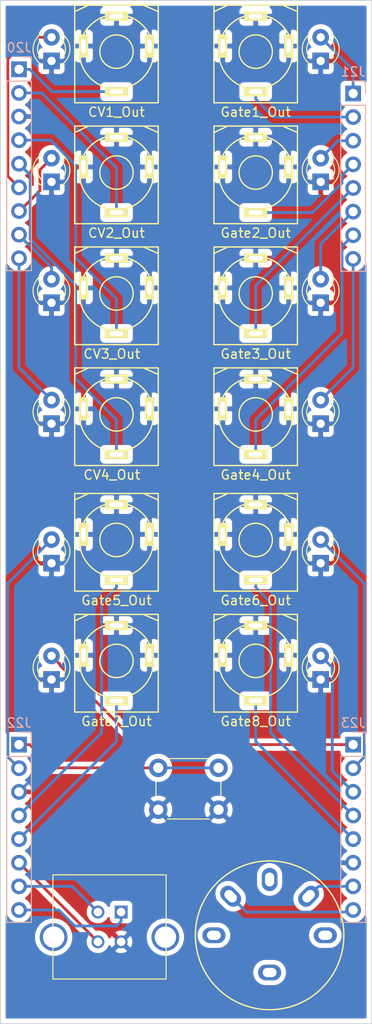
<source format=kicad_pcb>
(kicad_pcb (version 20171130) (host pcbnew "(5.1.4)-1")
  (layers (0 F.Cu signal) (31 B.Cu signal) (34 B.Paste user) (35 F.Paste user) (36 B.SilkS user) (37 F.SilkS user) (38 B.Mask user) (39 F.Mask user) (44 Edge.Cuts user))
  (net 0 "")
  (net 1 GATE1_LED_OUT)
  (net 2 GND)
  (net 3 GATE2_LED_OUT)
  (net 4 GATE3_LED_OUT)
  (net 5 GATE4_LED_OUT)
  (net 6 CV1_LED_OUT)
  (net 7 CV2_LED_OUT)
  (net 8 CV3_LED_OUT)
  (net 9 CV4_LED_OUT)
  (net 10 GATE5_LED_OUT)
  (net 11 GATE6_LED_OUT)
  (net 12 GATE7_LED_OUT)
  (net 13 GATE8_LED_OUT)
  (net 14 MIDI_VREF)
  (net 15 MIDI_DATA)
  (net 16 RESET_SWITCH)
  (net 17 GATE8_OUT)
  (net 18 GATE7_OUT)
  (net 19 GATE6_OUT)
  (net 20 GATE5_OUT)
  (net 21 GATE1_OUT)
  (net 22 GATE2_OUT)
  (net 23 GATE3_OUT)
  (net 24 GATE4_OUT)
  (net 25 USB_DM)
  (net 26 USB_DP)
  (net 27 USB_VBUS)
  (net 28 "Net-(J16-Pad3)")
  (net 29 "Net-(J16-Pad2)")
  (net 30 "Net-(J16-Pad1)")
  (net 31 "Net-(J16-Pad6)")
  (net 32 CV1_OUT)
  (net 33 CV2_OUT)
  (net 34 CV3_OUT)
  (net 35 CV4_OUT)
  (module Custom_Footprints:USB_B_Wurth (layer F.Cu) (at 109 138)
    (fp_text reference J15 hide)
    (fp_text value USB_B_Wurth)
    (fp_line (start 4.85 -4) (end 4.85 7.2) (layer F.SilkS) (width 0.12))
    (fp_line (start -7.35 7.2) (end 4.85 7.2) (layer F.SilkS) (width 0.12))
    (fp_line (start -7.35 -4) (end 4.85 -4) (layer F.SilkS) (width 0.12))
    (fp_line (start -7.35 -4) (end -7.35 7.2) (layer F.SilkS) (width 0.12))
    (pad "" thru_hole circle (at 4.77 2.7) (size 3 3) (drill 2.3) (layers *.Cu *.Mask))
    (pad 4 thru_hole circle (at 0 3.2) (size 1.4 1.4) (drill 0.92) (layers *.Cu *.Mask) (net 2 GND))
    (pad 3 thru_hole circle (at -2.5 3.2) (size 1.4 1.4) (drill 0.92) (layers *.Cu *.Mask) (net 26 USB_DP))
    (pad 1 thru_hole rect (at 0 0) (size 1.4 1.4) (drill 0.92) (layers *.Cu *.Mask) (net 27 USB_VBUS))
    (pad "" thru_hole circle (at -7.27 2.7) (size 3 3) (drill 2.3) (layers *.Cu *.Mask))
    (pad 2 thru_hole circle (at -2.5 0) (size 1.4 1.4) (drill 0.92) (layers *.Cu *.Mask) (net 25 USB_DM))
  )
  (module Custom_Footprints:Cliff_3.5mm_Stereo_Jack (layer F.Cu) (at 123.5 72.5)
    (fp_text reference J2 hide)
    (fp_text value Gate3_Out (at 0 5.5) (layer F.SilkS))
    (fp_line (start 2.9 -6) (end 4.5 -5.3) (layer F.SilkS) (width 0.15))
    (fp_line (start -3 -6) (end -4.5 -5.3) (layer F.SilkS) (width 0.15))
    (fp_circle (center 0 -1) (end 4 -1) (layer F.SilkS) (width 0.15))
    (fp_line (start -4.5 -6) (end 4.5 -6) (layer F.SilkS) (width 0.15))
    (fp_line (start -4.5 4.5) (end 4.5 4.5) (layer F.SilkS) (width 0.15))
    (fp_line (start -4.5 -6) (end -4.5 4.5) (layer F.SilkS) (width 0.15))
    (fp_line (start 4.5 -6) (end 4.5 4.5) (layer F.SilkS) (width 0.15))
    (fp_circle (center 0 -1) (end 1.27 0.27) (layer F.SilkS) (width 0.15))
    (pad 1 thru_hole rect (at 3.55 -1.6 90) (size 2.5 1) (drill oval 1.5 0.5) (layers *.Cu *.Mask F.SilkS) (net 2 GND))
    (pad 1 thru_hole rect (at 0 -4.8) (size 2.5 1) (drill oval 1.5 0.5) (layers *.Cu *.Mask F.SilkS) (net 2 GND))
    (pad 2 thru_hole rect (at -3.55 -1.6 90) (size 2.5 1) (drill oval 1.5 0.5) (layers *.Cu *.Mask F.SilkS) (net 2 GND))
    (pad 3 thru_hole rect (at 0 3.3) (size 2.5 1) (drill oval 1.5 0.5) (layers *.Cu *.Mask F.SilkS) (net 23 GATE3_OUT))
  )
  (module Custom_Footprints:Cliff_3.5mm_Stereo_Jack (layer F.Cu) (at 123.5 85.5)
    (fp_text reference J3 hide)
    (fp_text value Gate4_Out (at 0 5.5) (layer F.SilkS))
    (fp_line (start 2.9 -6) (end 4.5 -5.3) (layer F.SilkS) (width 0.15))
    (fp_line (start -3 -6) (end -4.5 -5.3) (layer F.SilkS) (width 0.15))
    (fp_circle (center 0 -1) (end 4 -1) (layer F.SilkS) (width 0.15))
    (fp_line (start -4.5 -6) (end 4.5 -6) (layer F.SilkS) (width 0.15))
    (fp_line (start -4.5 4.5) (end 4.5 4.5) (layer F.SilkS) (width 0.15))
    (fp_line (start -4.5 -6) (end -4.5 4.5) (layer F.SilkS) (width 0.15))
    (fp_line (start 4.5 -6) (end 4.5 4.5) (layer F.SilkS) (width 0.15))
    (fp_circle (center 0 -1) (end 1.27 0.27) (layer F.SilkS) (width 0.15))
    (pad 1 thru_hole rect (at 3.55 -1.6 90) (size 2.5 1) (drill oval 1.5 0.5) (layers *.Cu *.Mask F.SilkS) (net 2 GND))
    (pad 1 thru_hole rect (at 0 -4.8) (size 2.5 1) (drill oval 1.5 0.5) (layers *.Cu *.Mask F.SilkS) (net 2 GND))
    (pad 2 thru_hole rect (at -3.55 -1.6 90) (size 2.5 1) (drill oval 1.5 0.5) (layers *.Cu *.Mask F.SilkS) (net 2 GND))
    (pad 3 thru_hole rect (at 0 3.3) (size 2.5 1) (drill oval 1.5 0.5) (layers *.Cu *.Mask F.SilkS) (net 24 GATE4_OUT))
  )
  (module Custom_Footprints:Cliff_3.5mm_Stereo_Jack (layer F.Cu) (at 123.5 46.5)
    (fp_text reference J4 hide)
    (fp_text value Gate1_Out (at 0 5.5) (layer F.SilkS))
    (fp_line (start 2.9 -6) (end 4.5 -5.3) (layer F.SilkS) (width 0.15))
    (fp_line (start -3 -6) (end -4.5 -5.3) (layer F.SilkS) (width 0.15))
    (fp_circle (center 0 -1) (end 4 -1) (layer F.SilkS) (width 0.15))
    (fp_line (start -4.5 -6) (end 4.5 -6) (layer F.SilkS) (width 0.15))
    (fp_line (start -4.5 4.5) (end 4.5 4.5) (layer F.SilkS) (width 0.15))
    (fp_line (start -4.5 -6) (end -4.5 4.5) (layer F.SilkS) (width 0.15))
    (fp_line (start 4.5 -6) (end 4.5 4.5) (layer F.SilkS) (width 0.15))
    (fp_circle (center 0 -1) (end 1.27 0.27) (layer F.SilkS) (width 0.15))
    (pad 1 thru_hole rect (at 3.55 -1.6 90) (size 2.5 1) (drill oval 1.5 0.5) (layers *.Cu *.Mask F.SilkS) (net 2 GND))
    (pad 1 thru_hole rect (at 0 -4.8) (size 2.5 1) (drill oval 1.5 0.5) (layers *.Cu *.Mask F.SilkS) (net 2 GND))
    (pad 2 thru_hole rect (at -3.55 -1.6 90) (size 2.5 1) (drill oval 1.5 0.5) (layers *.Cu *.Mask F.SilkS) (net 2 GND))
    (pad 3 thru_hole rect (at 0 3.3) (size 2.5 1) (drill oval 1.5 0.5) (layers *.Cu *.Mask F.SilkS) (net 21 GATE1_OUT))
  )
  (module Custom_Footprints:Cliff_3.5mm_Stereo_Jack (layer F.Cu) (at 123.5 59.5)
    (fp_text reference J5 hide)
    (fp_text value Gate2_Out (at 0 5.5) (layer F.SilkS))
    (fp_line (start 2.9 -6) (end 4.5 -5.3) (layer F.SilkS) (width 0.15))
    (fp_line (start -3 -6) (end -4.5 -5.3) (layer F.SilkS) (width 0.15))
    (fp_circle (center 0 -1) (end 4 -1) (layer F.SilkS) (width 0.15))
    (fp_line (start -4.5 -6) (end 4.5 -6) (layer F.SilkS) (width 0.15))
    (fp_line (start -4.5 4.5) (end 4.5 4.5) (layer F.SilkS) (width 0.15))
    (fp_line (start -4.5 -6) (end -4.5 4.5) (layer F.SilkS) (width 0.15))
    (fp_line (start 4.5 -6) (end 4.5 4.5) (layer F.SilkS) (width 0.15))
    (fp_circle (center 0 -1) (end 1.27 0.27) (layer F.SilkS) (width 0.15))
    (pad 1 thru_hole rect (at 3.55 -1.6 90) (size 2.5 1) (drill oval 1.5 0.5) (layers *.Cu *.Mask F.SilkS) (net 2 GND))
    (pad 1 thru_hole rect (at 0 -4.8) (size 2.5 1) (drill oval 1.5 0.5) (layers *.Cu *.Mask F.SilkS) (net 2 GND))
    (pad 2 thru_hole rect (at -3.55 -1.6 90) (size 2.5 1) (drill oval 1.5 0.5) (layers *.Cu *.Mask F.SilkS) (net 2 GND))
    (pad 3 thru_hole rect (at 0 3.3) (size 2.5 1) (drill oval 1.5 0.5) (layers *.Cu *.Mask F.SilkS) (net 22 GATE2_OUT))
  )
  (module Custom_Footprints:Cliff_3.5mm_Stereo_Jack (layer F.Cu) (at 108.5 99)
    (fp_text reference J7 hide)
    (fp_text value Gate5_Out (at 0 5.5) (layer F.SilkS))
    (fp_line (start 2.9 -6) (end 4.5 -5.3) (layer F.SilkS) (width 0.15))
    (fp_line (start -3 -6) (end -4.5 -5.3) (layer F.SilkS) (width 0.15))
    (fp_circle (center 0 -1) (end 4 -1) (layer F.SilkS) (width 0.15))
    (fp_line (start -4.5 -6) (end 4.5 -6) (layer F.SilkS) (width 0.15))
    (fp_line (start -4.5 4.5) (end 4.5 4.5) (layer F.SilkS) (width 0.15))
    (fp_line (start -4.5 -6) (end -4.5 4.5) (layer F.SilkS) (width 0.15))
    (fp_line (start 4.5 -6) (end 4.5 4.5) (layer F.SilkS) (width 0.15))
    (fp_circle (center 0 -1) (end 1.27 0.27) (layer F.SilkS) (width 0.15))
    (pad 1 thru_hole rect (at 3.55 -1.6 90) (size 2.5 1) (drill oval 1.5 0.5) (layers *.Cu *.Mask F.SilkS) (net 2 GND))
    (pad 1 thru_hole rect (at 0 -4.8) (size 2.5 1) (drill oval 1.5 0.5) (layers *.Cu *.Mask F.SilkS) (net 2 GND))
    (pad 2 thru_hole rect (at -3.55 -1.6 90) (size 2.5 1) (drill oval 1.5 0.5) (layers *.Cu *.Mask F.SilkS) (net 2 GND))
    (pad 3 thru_hole rect (at 0 3.3) (size 2.5 1) (drill oval 1.5 0.5) (layers *.Cu *.Mask F.SilkS) (net 20 GATE5_OUT))
  )
  (module Custom_Footprints:Cliff_3.5mm_Stereo_Jack (layer F.Cu) (at 123.5 99)
    (fp_text reference J8 hide)
    (fp_text value Gate6_Out (at 0 5.5) (layer F.SilkS))
    (fp_line (start 2.9 -6) (end 4.5 -5.3) (layer F.SilkS) (width 0.15))
    (fp_line (start -3 -6) (end -4.5 -5.3) (layer F.SilkS) (width 0.15))
    (fp_circle (center 0 -1) (end 4 -1) (layer F.SilkS) (width 0.15))
    (fp_line (start -4.5 -6) (end 4.5 -6) (layer F.SilkS) (width 0.15))
    (fp_line (start -4.5 4.5) (end 4.5 4.5) (layer F.SilkS) (width 0.15))
    (fp_line (start -4.5 -6) (end -4.5 4.5) (layer F.SilkS) (width 0.15))
    (fp_line (start 4.5 -6) (end 4.5 4.5) (layer F.SilkS) (width 0.15))
    (fp_circle (center 0 -1) (end 1.27 0.27) (layer F.SilkS) (width 0.15))
    (pad 1 thru_hole rect (at 3.55 -1.6 90) (size 2.5 1) (drill oval 1.5 0.5) (layers *.Cu *.Mask F.SilkS) (net 2 GND))
    (pad 1 thru_hole rect (at 0 -4.8) (size 2.5 1) (drill oval 1.5 0.5) (layers *.Cu *.Mask F.SilkS) (net 2 GND))
    (pad 2 thru_hole rect (at -3.55 -1.6 90) (size 2.5 1) (drill oval 1.5 0.5) (layers *.Cu *.Mask F.SilkS) (net 2 GND))
    (pad 3 thru_hole rect (at 0 3.3) (size 2.5 1) (drill oval 1.5 0.5) (layers *.Cu *.Mask F.SilkS) (net 19 GATE6_OUT))
  )
  (module Custom_Footprints:Cliff_3.5mm_Stereo_Jack (layer F.Cu) (at 108.5 112)
    (fp_text reference J9 hide)
    (fp_text value Gate7_Out (at 0 5.5) (layer F.SilkS))
    (fp_line (start 2.9 -6) (end 4.5 -5.3) (layer F.SilkS) (width 0.15))
    (fp_line (start -3 -6) (end -4.5 -5.3) (layer F.SilkS) (width 0.15))
    (fp_circle (center 0 -1) (end 4 -1) (layer F.SilkS) (width 0.15))
    (fp_line (start -4.5 -6) (end 4.5 -6) (layer F.SilkS) (width 0.15))
    (fp_line (start -4.5 4.5) (end 4.5 4.5) (layer F.SilkS) (width 0.15))
    (fp_line (start -4.5 -6) (end -4.5 4.5) (layer F.SilkS) (width 0.15))
    (fp_line (start 4.5 -6) (end 4.5 4.5) (layer F.SilkS) (width 0.15))
    (fp_circle (center 0 -1) (end 1.27 0.27) (layer F.SilkS) (width 0.15))
    (pad 1 thru_hole rect (at 3.55 -1.6 90) (size 2.5 1) (drill oval 1.5 0.5) (layers *.Cu *.Mask F.SilkS) (net 2 GND))
    (pad 1 thru_hole rect (at 0 -4.8) (size 2.5 1) (drill oval 1.5 0.5) (layers *.Cu *.Mask F.SilkS) (net 2 GND))
    (pad 2 thru_hole rect (at -3.55 -1.6 90) (size 2.5 1) (drill oval 1.5 0.5) (layers *.Cu *.Mask F.SilkS) (net 2 GND))
    (pad 3 thru_hole rect (at 0 3.3) (size 2.5 1) (drill oval 1.5 0.5) (layers *.Cu *.Mask F.SilkS) (net 18 GATE7_OUT))
  )
  (module Custom_Footprints:Cliff_3.5mm_Stereo_Jack (layer F.Cu) (at 123.5 112)
    (fp_text reference J10 hide)
    (fp_text value Gate8_Out (at 0 5.5) (layer F.SilkS))
    (fp_line (start 2.9 -6) (end 4.5 -5.3) (layer F.SilkS) (width 0.15))
    (fp_line (start -3 -6) (end -4.5 -5.3) (layer F.SilkS) (width 0.15))
    (fp_circle (center 0 -1) (end 4 -1) (layer F.SilkS) (width 0.15))
    (fp_line (start -4.5 -6) (end 4.5 -6) (layer F.SilkS) (width 0.15))
    (fp_line (start -4.5 4.5) (end 4.5 4.5) (layer F.SilkS) (width 0.15))
    (fp_line (start -4.5 -6) (end -4.5 4.5) (layer F.SilkS) (width 0.15))
    (fp_line (start 4.5 -6) (end 4.5 4.5) (layer F.SilkS) (width 0.15))
    (fp_circle (center 0 -1) (end 1.27 0.27) (layer F.SilkS) (width 0.15))
    (pad 1 thru_hole rect (at 3.55 -1.6 90) (size 2.5 1) (drill oval 1.5 0.5) (layers *.Cu *.Mask F.SilkS) (net 2 GND))
    (pad 1 thru_hole rect (at 0 -4.8) (size 2.5 1) (drill oval 1.5 0.5) (layers *.Cu *.Mask F.SilkS) (net 2 GND))
    (pad 2 thru_hole rect (at -3.55 -1.6 90) (size 2.5 1) (drill oval 1.5 0.5) (layers *.Cu *.Mask F.SilkS) (net 2 GND))
    (pad 3 thru_hole rect (at 0 3.3) (size 2.5 1) (drill oval 1.5 0.5) (layers *.Cu *.Mask F.SilkS) (net 17 GATE8_OUT))
  )
  (module Custom_Footprints:Cliff_3.5mm_Stereo_Jack (layer F.Cu) (at 108.5 46.5)
    (fp_text reference J11 hide)
    (fp_text value CV1_Out (at 0 5.5) (layer F.SilkS))
    (fp_line (start 2.9 -6) (end 4.5 -5.3) (layer F.SilkS) (width 0.15))
    (fp_line (start -3 -6) (end -4.5 -5.3) (layer F.SilkS) (width 0.15))
    (fp_circle (center 0 -1) (end 4 -1) (layer F.SilkS) (width 0.15))
    (fp_line (start -4.5 -6) (end 4.5 -6) (layer F.SilkS) (width 0.15))
    (fp_line (start -4.5 4.5) (end 4.5 4.5) (layer F.SilkS) (width 0.15))
    (fp_line (start -4.5 -6) (end -4.5 4.5) (layer F.SilkS) (width 0.15))
    (fp_line (start 4.5 -6) (end 4.5 4.5) (layer F.SilkS) (width 0.15))
    (fp_circle (center 0 -1) (end 1.27 0.27) (layer F.SilkS) (width 0.15))
    (pad 1 thru_hole rect (at 3.55 -1.6 90) (size 2.5 1) (drill oval 1.5 0.5) (layers *.Cu *.Mask F.SilkS) (net 2 GND))
    (pad 1 thru_hole rect (at 0 -4.8) (size 2.5 1) (drill oval 1.5 0.5) (layers *.Cu *.Mask F.SilkS) (net 2 GND))
    (pad 2 thru_hole rect (at -3.55 -1.6 90) (size 2.5 1) (drill oval 1.5 0.5) (layers *.Cu *.Mask F.SilkS) (net 2 GND))
    (pad 3 thru_hole rect (at 0 3.3) (size 2.5 1) (drill oval 1.5 0.5) (layers *.Cu *.Mask F.SilkS) (net 32 CV1_OUT))
  )
  (module Custom_Footprints:Cliff_3.5mm_Stereo_Jack (layer F.Cu) (at 108.5 59.5)
    (fp_text reference J12 hide)
    (fp_text value CV2_Out (at 0 5.5) (layer F.SilkS))
    (fp_line (start 2.9 -6) (end 4.5 -5.3) (layer F.SilkS) (width 0.15))
    (fp_line (start -3 -6) (end -4.5 -5.3) (layer F.SilkS) (width 0.15))
    (fp_circle (center 0 -1) (end 4 -1) (layer F.SilkS) (width 0.15))
    (fp_line (start -4.5 -6) (end 4.5 -6) (layer F.SilkS) (width 0.15))
    (fp_line (start -4.5 4.5) (end 4.5 4.5) (layer F.SilkS) (width 0.15))
    (fp_line (start -4.5 -6) (end -4.5 4.5) (layer F.SilkS) (width 0.15))
    (fp_line (start 4.5 -6) (end 4.5 4.5) (layer F.SilkS) (width 0.15))
    (fp_circle (center 0 -1) (end 1.27 0.27) (layer F.SilkS) (width 0.15))
    (pad 1 thru_hole rect (at 3.55 -1.6 90) (size 2.5 1) (drill oval 1.5 0.5) (layers *.Cu *.Mask F.SilkS) (net 2 GND))
    (pad 1 thru_hole rect (at 0 -4.8) (size 2.5 1) (drill oval 1.5 0.5) (layers *.Cu *.Mask F.SilkS) (net 2 GND))
    (pad 2 thru_hole rect (at -3.55 -1.6 90) (size 2.5 1) (drill oval 1.5 0.5) (layers *.Cu *.Mask F.SilkS) (net 2 GND))
    (pad 3 thru_hole rect (at 0 3.3) (size 2.5 1) (drill oval 1.5 0.5) (layers *.Cu *.Mask F.SilkS) (net 33 CV2_OUT))
  )
  (module Custom_Footprints:Cliff_3.5mm_Stereo_Jack (layer F.Cu) (at 108.5 72.5)
    (fp_text reference J13 hide)
    (fp_text value CV3_Out (at -0.5 5.5) (layer F.SilkS))
    (fp_line (start 2.9 -6) (end 4.5 -5.3) (layer F.SilkS) (width 0.15))
    (fp_line (start -3 -6) (end -4.5 -5.3) (layer F.SilkS) (width 0.15))
    (fp_circle (center 0 -1) (end 4 -1) (layer F.SilkS) (width 0.15))
    (fp_line (start -4.5 -6) (end 4.5 -6) (layer F.SilkS) (width 0.15))
    (fp_line (start -4.5 4.5) (end 4.5 4.5) (layer F.SilkS) (width 0.15))
    (fp_line (start -4.5 -6) (end -4.5 4.5) (layer F.SilkS) (width 0.15))
    (fp_line (start 4.5 -6) (end 4.5 4.5) (layer F.SilkS) (width 0.15))
    (fp_circle (center 0 -1) (end 1.27 0.27) (layer F.SilkS) (width 0.15))
    (pad 1 thru_hole rect (at 3.55 -1.6 90) (size 2.5 1) (drill oval 1.5 0.5) (layers *.Cu *.Mask F.SilkS) (net 2 GND))
    (pad 1 thru_hole rect (at 0 -4.8) (size 2.5 1) (drill oval 1.5 0.5) (layers *.Cu *.Mask F.SilkS) (net 2 GND))
    (pad 2 thru_hole rect (at -3.55 -1.6 90) (size 2.5 1) (drill oval 1.5 0.5) (layers *.Cu *.Mask F.SilkS) (net 2 GND))
    (pad 3 thru_hole rect (at 0 3.3) (size 2.5 1) (drill oval 1.5 0.5) (layers *.Cu *.Mask F.SilkS) (net 34 CV3_OUT))
  )
  (module Custom_Footprints:Cliff_3.5mm_Stereo_Jack (layer F.Cu) (at 108.5 85.5)
    (fp_text reference J14 hide)
    (fp_text value CV4_Out (at -0.5 5.5) (layer F.SilkS))
    (fp_line (start 2.9 -6) (end 4.5 -5.3) (layer F.SilkS) (width 0.15))
    (fp_line (start -3 -6) (end -4.5 -5.3) (layer F.SilkS) (width 0.15))
    (fp_circle (center 0 -1) (end 4 -1) (layer F.SilkS) (width 0.15))
    (fp_line (start -4.5 -6) (end 4.5 -6) (layer F.SilkS) (width 0.15))
    (fp_line (start -4.5 4.5) (end 4.5 4.5) (layer F.SilkS) (width 0.15))
    (fp_line (start -4.5 -6) (end -4.5 4.5) (layer F.SilkS) (width 0.15))
    (fp_line (start 4.5 -6) (end 4.5 4.5) (layer F.SilkS) (width 0.15))
    (fp_circle (center 0 -1) (end 1.27 0.27) (layer F.SilkS) (width 0.15))
    (pad 1 thru_hole rect (at 3.55 -1.6 90) (size 2.5 1) (drill oval 1.5 0.5) (layers *.Cu *.Mask F.SilkS) (net 2 GND))
    (pad 1 thru_hole rect (at 0 -4.8) (size 2.5 1) (drill oval 1.5 0.5) (layers *.Cu *.Mask F.SilkS) (net 2 GND))
    (pad 2 thru_hole rect (at -3.55 -1.6 90) (size 2.5 1) (drill oval 1.5 0.5) (layers *.Cu *.Mask F.SilkS) (net 2 GND))
    (pad 3 thru_hole rect (at 0 3.3) (size 2.5 1) (drill oval 1.5 0.5) (layers *.Cu *.Mask F.SilkS) (net 35 CV4_OUT))
  )
  (module LEDs:LED_D3.0mm (layer F.Cu) (at 101.5 100.5 90)
    (fp_text reference D9 hide)
    (fp_text value GATE5)
    (fp_arc (start 1.27 0) (end -0.29 -1.235516) (angle 108.8) (layer F.SilkS) (width 0.12))
    (fp_arc (start 1.27 0) (end -0.29 1.235516) (angle -108.8) (layer F.SilkS) (width 0.12))
    (fp_arc (start 1.27 0) (end 0.229039 -1.08) (angle 87.9) (layer F.SilkS) (width 0.12))
    (fp_arc (start 1.27 0) (end 0.229039 1.08) (angle -87.9) (layer F.SilkS) (width 0.12))
    (fp_line (start -0.29 -1.236) (end -0.29 -1.08) (layer F.SilkS) (width 0.12))
    (fp_line (start -0.29 1.08) (end -0.29 1.236) (layer F.SilkS) (width 0.12))
    (pad 1 thru_hole rect (at 0 0 90) (size 1.8 1.8) (drill 0.9) (layers *.Cu *.Mask) (net 2 GND))
    (pad 2 thru_hole circle (at 2.54 0 90) (size 1.8 1.8) (drill 0.9) (layers *.Cu *.Mask) (net 10 GATE5_LED_OUT))
  )
  (module LEDs:LED_D3.0mm (layer F.Cu) (at 101.5 113 90)
    (fp_text reference D11 hide)
    (fp_text value GATE7)
    (fp_arc (start 1.27 0) (end -0.29 -1.235516) (angle 108.8) (layer F.SilkS) (width 0.12))
    (fp_arc (start 1.27 0) (end -0.29 1.235516) (angle -108.8) (layer F.SilkS) (width 0.12))
    (fp_arc (start 1.27 0) (end 0.229039 -1.08) (angle 87.9) (layer F.SilkS) (width 0.12))
    (fp_arc (start 1.27 0) (end 0.229039 1.08) (angle -87.9) (layer F.SilkS) (width 0.12))
    (fp_line (start -0.29 -1.236) (end -0.29 -1.08) (layer F.SilkS) (width 0.12))
    (fp_line (start -0.29 1.08) (end -0.29 1.236) (layer F.SilkS) (width 0.12))
    (pad 1 thru_hole rect (at 0 0 90) (size 1.8 1.8) (drill 0.9) (layers *.Cu *.Mask) (net 2 GND))
    (pad 2 thru_hole circle (at 2.54 0 90) (size 1.8 1.8) (drill 0.9) (layers *.Cu *.Mask) (net 12 GATE7_LED_OUT))
  )
  (module LEDs:LED_D3.0mm (layer F.Cu) (at 130.5 46.5 90)
    (fp_text reference D1 hide)
    (fp_text value GATE1)
    (fp_arc (start 1.27 0) (end -0.29 -1.235516) (angle 108.8) (layer F.SilkS) (width 0.12))
    (fp_arc (start 1.27 0) (end -0.29 1.235516) (angle -108.8) (layer F.SilkS) (width 0.12))
    (fp_arc (start 1.27 0) (end 0.229039 -1.08) (angle 87.9) (layer F.SilkS) (width 0.12))
    (fp_arc (start 1.27 0) (end 0.229039 1.08) (angle -87.9) (layer F.SilkS) (width 0.12))
    (fp_line (start -0.29 -1.236) (end -0.29 -1.08) (layer F.SilkS) (width 0.12))
    (fp_line (start -0.29 1.08) (end -0.29 1.236) (layer F.SilkS) (width 0.12))
    (pad 1 thru_hole rect (at 0 0 90) (size 1.8 1.8) (drill 0.9) (layers *.Cu *.Mask) (net 2 GND))
    (pad 2 thru_hole circle (at 2.54 0 90) (size 1.8 1.8) (drill 0.9) (layers *.Cu *.Mask) (net 1 GATE1_LED_OUT))
  )
  (module LEDs:LED_D3.0mm (layer F.Cu) (at 130.5 59.5 90)
    (fp_text reference D2 hide)
    (fp_text value GATE2)
    (fp_arc (start 1.27 0) (end -0.29 -1.235516) (angle 108.8) (layer F.SilkS) (width 0.12))
    (fp_arc (start 1.27 0) (end -0.29 1.235516) (angle -108.8) (layer F.SilkS) (width 0.12))
    (fp_arc (start 1.27 0) (end 0.229039 -1.08) (angle 87.9) (layer F.SilkS) (width 0.12))
    (fp_arc (start 1.27 0) (end 0.229039 1.08) (angle -87.9) (layer F.SilkS) (width 0.12))
    (fp_line (start -0.29 -1.236) (end -0.29 -1.08) (layer F.SilkS) (width 0.12))
    (fp_line (start -0.29 1.08) (end -0.29 1.236) (layer F.SilkS) (width 0.12))
    (pad 1 thru_hole rect (at 0 0 90) (size 1.8 1.8) (drill 0.9) (layers *.Cu *.Mask) (net 2 GND))
    (pad 2 thru_hole circle (at 2.54 0 90) (size 1.8 1.8) (drill 0.9) (layers *.Cu *.Mask) (net 3 GATE2_LED_OUT))
  )
  (module LEDs:LED_D3.0mm (layer F.Cu) (at 130.5 72.5 90)
    (fp_text reference D3 hide)
    (fp_text value GATE3)
    (fp_arc (start 1.27 0) (end -0.29 -1.235516) (angle 108.8) (layer F.SilkS) (width 0.12))
    (fp_arc (start 1.27 0) (end -0.29 1.235516) (angle -108.8) (layer F.SilkS) (width 0.12))
    (fp_arc (start 1.27 0) (end 0.229039 -1.08) (angle 87.9) (layer F.SilkS) (width 0.12))
    (fp_arc (start 1.27 0) (end 0.229039 1.08) (angle -87.9) (layer F.SilkS) (width 0.12))
    (fp_line (start -0.29 -1.236) (end -0.29 -1.08) (layer F.SilkS) (width 0.12))
    (fp_line (start -0.29 1.08) (end -0.29 1.236) (layer F.SilkS) (width 0.12))
    (pad 1 thru_hole rect (at 0 0 90) (size 1.8 1.8) (drill 0.9) (layers *.Cu *.Mask) (net 2 GND))
    (pad 2 thru_hole circle (at 2.54 0 90) (size 1.8 1.8) (drill 0.9) (layers *.Cu *.Mask) (net 4 GATE3_LED_OUT))
  )
  (module LEDs:LED_D3.0mm (layer F.Cu) (at 130.5 85.5 90)
    (fp_text reference D4 hide)
    (fp_text value GATE4)
    (fp_arc (start 1.27 0) (end -0.29 -1.235516) (angle 108.8) (layer F.SilkS) (width 0.12))
    (fp_arc (start 1.27 0) (end -0.29 1.235516) (angle -108.8) (layer F.SilkS) (width 0.12))
    (fp_arc (start 1.27 0) (end 0.229039 -1.08) (angle 87.9) (layer F.SilkS) (width 0.12))
    (fp_arc (start 1.27 0) (end 0.229039 1.08) (angle -87.9) (layer F.SilkS) (width 0.12))
    (fp_line (start -0.29 -1.236) (end -0.29 -1.08) (layer F.SilkS) (width 0.12))
    (fp_line (start -0.29 1.08) (end -0.29 1.236) (layer F.SilkS) (width 0.12))
    (pad 1 thru_hole rect (at 0 0 90) (size 1.8 1.8) (drill 0.9) (layers *.Cu *.Mask) (net 2 GND))
    (pad 2 thru_hole circle (at 2.54 0 90) (size 1.8 1.8) (drill 0.9) (layers *.Cu *.Mask) (net 5 GATE4_LED_OUT))
  )
  (module LEDs:LED_D3.0mm (layer F.Cu) (at 101.5 46.5 90)
    (fp_text reference D5 hide)
    (fp_text value CV1)
    (fp_arc (start 1.27 0) (end -0.29 -1.235516) (angle 108.8) (layer F.SilkS) (width 0.12))
    (fp_arc (start 1.27 0) (end -0.29 1.235516) (angle -108.8) (layer F.SilkS) (width 0.12))
    (fp_arc (start 1.27 0) (end 0.229039 -1.08) (angle 87.9) (layer F.SilkS) (width 0.12))
    (fp_arc (start 1.27 0) (end 0.229039 1.08) (angle -87.9) (layer F.SilkS) (width 0.12))
    (fp_line (start -0.29 -1.236) (end -0.29 -1.08) (layer F.SilkS) (width 0.12))
    (fp_line (start -0.29 1.08) (end -0.29 1.236) (layer F.SilkS) (width 0.12))
    (pad 1 thru_hole rect (at 0 0 90) (size 1.8 1.8) (drill 0.9) (layers *.Cu *.Mask) (net 2 GND))
    (pad 2 thru_hole circle (at 2.54 0 90) (size 1.8 1.8) (drill 0.9) (layers *.Cu *.Mask) (net 6 CV1_LED_OUT))
  )
  (module LEDs:LED_D3.0mm (layer F.Cu) (at 101.5 59.5 90)
    (fp_text reference D6 hide)
    (fp_text value CV2)
    (fp_arc (start 1.27 0) (end -0.29 -1.235516) (angle 108.8) (layer F.SilkS) (width 0.12))
    (fp_arc (start 1.27 0) (end -0.29 1.235516) (angle -108.8) (layer F.SilkS) (width 0.12))
    (fp_arc (start 1.27 0) (end 0.229039 -1.08) (angle 87.9) (layer F.SilkS) (width 0.12))
    (fp_arc (start 1.27 0) (end 0.229039 1.08) (angle -87.9) (layer F.SilkS) (width 0.12))
    (fp_line (start -0.29 -1.236) (end -0.29 -1.08) (layer F.SilkS) (width 0.12))
    (fp_line (start -0.29 1.08) (end -0.29 1.236) (layer F.SilkS) (width 0.12))
    (pad 1 thru_hole rect (at 0 0 90) (size 1.8 1.8) (drill 0.9) (layers *.Cu *.Mask) (net 2 GND))
    (pad 2 thru_hole circle (at 2.54 0 90) (size 1.8 1.8) (drill 0.9) (layers *.Cu *.Mask) (net 7 CV2_LED_OUT))
  )
  (module LEDs:LED_D3.0mm (layer F.Cu) (at 101.5 72.5 90)
    (fp_text reference D7 hide)
    (fp_text value CV3)
    (fp_arc (start 1.27 0) (end -0.29 -1.235516) (angle 108.8) (layer F.SilkS) (width 0.12))
    (fp_arc (start 1.27 0) (end -0.29 1.235516) (angle -108.8) (layer F.SilkS) (width 0.12))
    (fp_arc (start 1.27 0) (end 0.229039 -1.08) (angle 87.9) (layer F.SilkS) (width 0.12))
    (fp_arc (start 1.27 0) (end 0.229039 1.08) (angle -87.9) (layer F.SilkS) (width 0.12))
    (fp_line (start -0.29 -1.236) (end -0.29 -1.08) (layer F.SilkS) (width 0.12))
    (fp_line (start -0.29 1.08) (end -0.29 1.236) (layer F.SilkS) (width 0.12))
    (pad 1 thru_hole rect (at 0 0 90) (size 1.8 1.8) (drill 0.9) (layers *.Cu *.Mask) (net 2 GND))
    (pad 2 thru_hole circle (at 2.54 0 90) (size 1.8 1.8) (drill 0.9) (layers *.Cu *.Mask) (net 8 CV3_LED_OUT))
  )
  (module LEDs:LED_D3.0mm (layer F.Cu) (at 101.5 85.5 90)
    (fp_text reference D8 hide)
    (fp_text value CV4)
    (fp_arc (start 1.27 0) (end -0.29 -1.235516) (angle 108.8) (layer F.SilkS) (width 0.12))
    (fp_arc (start 1.27 0) (end -0.29 1.235516) (angle -108.8) (layer F.SilkS) (width 0.12))
    (fp_arc (start 1.27 0) (end 0.229039 -1.08) (angle 87.9) (layer F.SilkS) (width 0.12))
    (fp_arc (start 1.27 0) (end 0.229039 1.08) (angle -87.9) (layer F.SilkS) (width 0.12))
    (fp_line (start -0.29 -1.236) (end -0.29 -1.08) (layer F.SilkS) (width 0.12))
    (fp_line (start -0.29 1.08) (end -0.29 1.236) (layer F.SilkS) (width 0.12))
    (pad 1 thru_hole rect (at 0 0 90) (size 1.8 1.8) (drill 0.9) (layers *.Cu *.Mask) (net 2 GND))
    (pad 2 thru_hole circle (at 2.54 0 90) (size 1.8 1.8) (drill 0.9) (layers *.Cu *.Mask) (net 9 CV4_LED_OUT))
  )
  (module LEDs:LED_D3.0mm (layer F.Cu) (at 130.5 100.5 90)
    (fp_text reference D10 hide)
    (fp_text value GATE6)
    (fp_arc (start 1.27 0) (end -0.29 -1.235516) (angle 108.8) (layer F.SilkS) (width 0.12))
    (fp_arc (start 1.27 0) (end -0.29 1.235516) (angle -108.8) (layer F.SilkS) (width 0.12))
    (fp_arc (start 1.27 0) (end 0.229039 -1.08) (angle 87.9) (layer F.SilkS) (width 0.12))
    (fp_arc (start 1.27 0) (end 0.229039 1.08) (angle -87.9) (layer F.SilkS) (width 0.12))
    (fp_line (start -0.29 -1.236) (end -0.29 -1.08) (layer F.SilkS) (width 0.12))
    (fp_line (start -0.29 1.08) (end -0.29 1.236) (layer F.SilkS) (width 0.12))
    (pad 1 thru_hole rect (at 0 0 90) (size 1.8 1.8) (drill 0.9) (layers *.Cu *.Mask) (net 2 GND))
    (pad 2 thru_hole circle (at 2.54 0 90) (size 1.8 1.8) (drill 0.9) (layers *.Cu *.Mask) (net 11 GATE6_LED_OUT))
  )
  (module LEDs:LED_D3.0mm (layer F.Cu) (at 130.5 113 90)
    (fp_text reference D12 hide)
    (fp_text value GATE8)
    (fp_arc (start 1.27 0) (end -0.29 -1.235516) (angle 108.8) (layer F.SilkS) (width 0.12))
    (fp_arc (start 1.27 0) (end -0.29 1.235516) (angle -108.8) (layer F.SilkS) (width 0.12))
    (fp_arc (start 1.27 0) (end 0.229039 -1.08) (angle 87.9) (layer F.SilkS) (width 0.12))
    (fp_arc (start 1.27 0) (end 0.229039 1.08) (angle -87.9) (layer F.SilkS) (width 0.12))
    (fp_line (start -0.29 -1.236) (end -0.29 -1.08) (layer F.SilkS) (width 0.12))
    (fp_line (start -0.29 1.08) (end -0.29 1.236) (layer F.SilkS) (width 0.12))
    (pad 1 thru_hole rect (at 0 0 90) (size 1.8 1.8) (drill 0.9) (layers *.Cu *.Mask) (net 2 GND))
    (pad 2 thru_hole circle (at 2.54 0 90) (size 1.8 1.8) (drill 0.9) (layers *.Cu *.Mask) (net 13 GATE8_LED_OUT))
  )
  (module Custom_Footprints:MIDI_DIN (layer F.Cu) (at 125 134.5)
    (fp_text reference J16 hide)
    (fp_text value MIDI_DIN hide)
    (fp_circle (center 0 6) (end 8 6) (layer F.SilkS) (width 0.15))
    (pad 6 thru_hole oval (at 0 10) (size 2.5 1.7) (drill oval 1.5 1) (layers *.Cu *.Mask) (net 31 "Net-(J16-Pad6)"))
    (pad 4 thru_hole oval (at -4.2 1.8 315) (size 2.5 1.7) (drill oval 1.5 1) (layers *.Cu *.Mask) (net 14 MIDI_VREF))
    (pad 1 thru_hole oval (at -6 6) (size 2.5 1.7) (drill oval 1.5 1) (layers *.Cu *.Mask) (net 30 "Net-(J16-Pad1)"))
    (pad 2 thru_hole oval (at 0 0) (size 1.7 2.5) (drill oval 1 1.5) (layers *.Cu *.Mask) (net 29 "Net-(J16-Pad2)"))
    (pad 3 thru_hole oval (at 6 6) (size 2.5 1.7) (drill oval 1.5 1) (layers *.Cu *.Mask) (net 28 "Net-(J16-Pad3)"))
    (pad 5 thru_hole oval (at 4.2 1.8 45) (size 2.5 1.7) (drill oval 1.5 1) (layers *.Cu *.Mask) (net 15 MIDI_DATA))
  )
  (module Buttons_Switches_THT:SW_PUSH_6mm (layer F.Cu) (at 113 122.5)
    (fp_text reference SW1 hide)
    (fp_text value SW_Push)
    (fp_line (start 1 5.5) (end 5.5 5.5) (layer F.SilkS) (width 0.12))
    (fp_line (start -0.25 1.5) (end -0.25 3) (layer F.SilkS) (width 0.12))
    (fp_line (start 5.5 -1) (end 1 -1) (layer F.SilkS) (width 0.12))
    (fp_line (start 6.75 3) (end 6.75 1.5) (layer F.SilkS) (width 0.12))
    (pad 2 thru_hole circle (at 0 4.5 90) (size 2 2) (drill 1.1) (layers *.Cu *.Mask) (net 2 GND))
    (pad 1 thru_hole circle (at 0 0 90) (size 2 2) (drill 1.1) (layers *.Cu *.Mask) (net 16 RESET_SWITCH))
    (pad 2 thru_hole circle (at 6.5 4.5 90) (size 2 2) (drill 1.1) (layers *.Cu *.Mask) (net 2 GND))
    (pad 1 thru_hole circle (at 6.5 0 90) (size 2 2) (drill 1.1) (layers *.Cu *.Mask) (net 16 RESET_SWITCH))
  )
  (module Socket_Strips:Socket_Strip_Straight_1x08_Pitch2.54mm (layer B.Cu) (at 134 50 180)
    (fp_text reference J21 (at 0 2.33) (layer B.SilkS) (effects (justify mirror)))
    (fp_text value Conn_01x08_Female hide)
    (fp_line (start -1.33 -1.27) (end -1.33 -19.11) (layer B.SilkS) (width 0.12))
    (fp_line (start -1.33 -19.11) (end 1.33 -19.11) (layer B.SilkS) (width 0.12))
    (fp_line (start 1.33 -19.11) (end 1.33 -1.27) (layer B.SilkS) (width 0.12))
    (fp_line (start 1.33 -1.27) (end -1.33 -1.27) (layer B.SilkS) (width 0.12))
    (fp_line (start -1.33 0) (end -1.33 1.33) (layer B.SilkS) (width 0.12))
    (fp_line (start -1.33 1.33) (end 0 1.33) (layer B.SilkS) (width 0.12))
    (pad 1 thru_hole rect (at 0 0 180) (size 1.7 1.7) (drill 1) (layers *.Cu *.Mask) (net 1 GATE1_LED_OUT))
    (pad 2 thru_hole oval (at 0 -2.54 180) (size 1.7 1.7) (drill 1) (layers *.Cu *.Mask) (net 21 GATE1_OUT))
    (pad 3 thru_hole oval (at 0 -5.08 180) (size 1.7 1.7) (drill 1) (layers *.Cu *.Mask) (net 3 GATE2_LED_OUT))
    (pad 4 thru_hole oval (at 0 -7.62 180) (size 1.7 1.7) (drill 1) (layers *.Cu *.Mask) (net 22 GATE2_OUT))
    (pad 5 thru_hole oval (at 0 -10.16 180) (size 1.7 1.7) (drill 1) (layers *.Cu *.Mask) (net 23 GATE3_OUT))
    (pad 6 thru_hole oval (at 0 -12.7 180) (size 1.7 1.7) (drill 1) (layers *.Cu *.Mask) (net 4 GATE3_LED_OUT))
    (pad 7 thru_hole oval (at 0 -15.24 180) (size 1.7 1.7) (drill 1) (layers *.Cu *.Mask) (net 24 GATE4_OUT))
    (pad 8 thru_hole oval (at 0 -17.78 180) (size 1.7 1.7) (drill 1) (layers *.Cu *.Mask) (net 5 GATE4_LED_OUT))
  )
  (module Socket_Strips:Socket_Strip_Straight_1x08_Pitch2.54mm (layer B.Cu) (at 98 120 180)
    (fp_text reference J22 (at 0 2.33) (layer B.SilkS) (effects (justify mirror)))
    (fp_text value Conn_01x08_Female hide)
    (fp_line (start -1.33 -1.27) (end -1.33 -19.11) (layer B.SilkS) (width 0.12))
    (fp_line (start -1.33 -19.11) (end 1.33 -19.11) (layer B.SilkS) (width 0.12))
    (fp_line (start 1.33 -19.11) (end 1.33 -1.27) (layer B.SilkS) (width 0.12))
    (fp_line (start 1.33 -1.27) (end -1.33 -1.27) (layer B.SilkS) (width 0.12))
    (fp_line (start -1.33 0) (end -1.33 1.33) (layer B.SilkS) (width 0.12))
    (fp_line (start -1.33 1.33) (end 0 1.33) (layer B.SilkS) (width 0.12))
    (pad 1 thru_hole rect (at 0 0 180) (size 1.7 1.7) (drill 1) (layers *.Cu *.Mask) (net 16 RESET_SWITCH))
    (pad 2 thru_hole oval (at 0 -2.54 180) (size 1.7 1.7) (drill 1) (layers *.Cu *.Mask) (net 10 GATE5_LED_OUT))
    (pad 3 thru_hole oval (at 0 -5.08 180) (size 1.7 1.7) (drill 1) (layers *.Cu *.Mask) (net 2 GND))
    (pad 4 thru_hole oval (at 0 -7.62 180) (size 1.7 1.7) (drill 1) (layers *.Cu *.Mask) (net 20 GATE5_OUT))
    (pad 5 thru_hole oval (at 0 -10.16 180) (size 1.7 1.7) (drill 1) (layers *.Cu *.Mask) (net 18 GATE7_OUT))
    (pad 6 thru_hole oval (at 0 -12.7 180) (size 1.7 1.7) (drill 1) (layers *.Cu *.Mask) (net 26 USB_DP))
    (pad 7 thru_hole oval (at 0 -15.24 180) (size 1.7 1.7) (drill 1) (layers *.Cu *.Mask) (net 25 USB_DM))
    (pad 8 thru_hole oval (at 0 -17.78 180) (size 1.7 1.7) (drill 1) (layers *.Cu *.Mask) (net 27 USB_VBUS))
  )
  (module Socket_Strips:Socket_Strip_Straight_1x08_Pitch2.54mm (layer B.Cu) (at 134 120 180)
    (fp_text reference J23 (at 0 2.33) (layer B.SilkS) (effects (justify mirror)))
    (fp_text value Conn_01x08_Female hide)
    (fp_line (start -1.33 -1.27) (end -1.33 -19.11) (layer B.SilkS) (width 0.12))
    (fp_line (start -1.33 -19.11) (end 1.33 -19.11) (layer B.SilkS) (width 0.12))
    (fp_line (start 1.33 -19.11) (end 1.33 -1.27) (layer B.SilkS) (width 0.12))
    (fp_line (start 1.33 -1.27) (end -1.33 -1.27) (layer B.SilkS) (width 0.12))
    (fp_line (start -1.33 0) (end -1.33 1.33) (layer B.SilkS) (width 0.12))
    (fp_line (start -1.33 1.33) (end 0 1.33) (layer B.SilkS) (width 0.12))
    (pad 1 thru_hole rect (at 0 0 180) (size 1.7 1.7) (drill 1) (layers *.Cu *.Mask) (net 12 GATE7_LED_OUT))
    (pad 2 thru_hole oval (at 0 -2.54 180) (size 1.7 1.7) (drill 1) (layers *.Cu *.Mask) (net 11 GATE6_LED_OUT))
    (pad 3 thru_hole oval (at 0 -5.08 180) (size 1.7 1.7) (drill 1) (layers *.Cu *.Mask) (net 13 GATE8_LED_OUT))
    (pad 4 thru_hole oval (at 0 -7.62 180) (size 1.7 1.7) (drill 1) (layers *.Cu *.Mask) (net 19 GATE6_OUT))
    (pad 5 thru_hole oval (at 0 -10.16 180) (size 1.7 1.7) (drill 1) (layers *.Cu *.Mask) (net 17 GATE8_OUT))
    (pad 6 thru_hole oval (at 0 -12.7 180) (size 1.7 1.7) (drill 1) (layers *.Cu *.Mask) (net 2 GND))
    (pad 7 thru_hole oval (at 0 -15.24 180) (size 1.7 1.7) (drill 1) (layers *.Cu *.Mask) (net 15 MIDI_DATA))
    (pad 8 thru_hole oval (at 0 -17.78 180) (size 1.7 1.7) (drill 1) (layers *.Cu *.Mask) (net 14 MIDI_VREF))
  )
  (module Socket_Strips:Socket_Strip_Straight_1x09_Pitch2.54mm (layer B.Cu) (at 98 47.4 180)
    (fp_text reference J20 (at 0 2.33) (layer B.SilkS) (effects (justify mirror)))
    (fp_text value Conn_01x09_Female hide)
    (fp_line (start -1.33 1.33) (end 0 1.33) (layer B.SilkS) (width 0.12))
    (fp_line (start -1.33 0) (end -1.33 1.33) (layer B.SilkS) (width 0.12))
    (fp_line (start 1.33 -1.27) (end -1.33 -1.27) (layer B.SilkS) (width 0.12))
    (fp_line (start 1.33 -21.65) (end 1.33 -1.27) (layer B.SilkS) (width 0.12))
    (fp_line (start -1.33 -21.65) (end 1.33 -21.65) (layer B.SilkS) (width 0.12))
    (fp_line (start -1.33 -1.27) (end -1.33 -21.65) (layer B.SilkS) (width 0.12))
    (pad 9 thru_hole oval (at 0 -20.32 180) (size 1.7 1.7) (drill 1) (layers *.Cu *.Mask) (net 9 CV4_LED_OUT))
    (pad 8 thru_hole oval (at 0 -17.78 180) (size 1.7 1.7) (drill 1) (layers *.Cu *.Mask) (net 8 CV3_LED_OUT))
    (pad 7 thru_hole oval (at 0 -15.24 180) (size 1.7 1.7) (drill 1) (layers *.Cu *.Mask) (net 7 CV2_LED_OUT))
    (pad 6 thru_hole oval (at 0 -12.7 180) (size 1.7 1.7) (drill 1) (layers *.Cu *.Mask) (net 6 CV1_LED_OUT))
    (pad 5 thru_hole oval (at 0 -10.16 180) (size 1.7 1.7) (drill 1) (layers *.Cu *.Mask) (net 35 CV4_OUT))
    (pad 4 thru_hole oval (at 0 -7.62 180) (size 1.7 1.7) (drill 1) (layers *.Cu *.Mask) (net 34 CV3_OUT))
    (pad 3 thru_hole oval (at 0 -5.08 180) (size 1.7 1.7) (drill 1) (layers *.Cu *.Mask) (net 2 GND))
    (pad 2 thru_hole oval (at 0 -2.54 180) (size 1.7 1.7) (drill 1) (layers *.Cu *.Mask) (net 33 CV2_OUT))
    (pad 1 thru_hole rect (at 0 0 180) (size 1.7 1.7) (drill 1) (layers *.Cu *.Mask) (net 32 CV1_OUT))
  )
  (gr_line (start 96 40) (end 136 40) (layer Edge.Cuts) (width 0.1))
  (gr_line (start 136 40) (end 136 150) (layer Edge.Cuts) (width 0.1))
  (gr_line (start 96 150) (end 136 150) (layer Edge.Cuts) (width 0.1))
  (gr_line (start 96 40) (end 96 150) (layer Edge.Cuts) (width 0.1))
  (segment (start 134 47.46) (end 134 50) (width 0.3) (layer B.Cu) (net 1))
  (segment (start 130.5 43.96) (end 134 47.46) (width 0.3) (layer B.Cu) (net 1))
  (segment (start 101.5 121.58) (end 101.5 113) (width 0.3) (layer B.Cu) (net 2))
  (segment (start 98 125.08) (end 101.5 121.58) (width 0.3) (layer B.Cu) (net 2))
  (segment (start 132.38 55.08) (end 130.5 56.96) (width 0.3) (layer B.Cu) (net 3))
  (segment (start 134 55.08) (end 132.38 55.08) (width 0.3) (layer B.Cu) (net 3))
  (segment (start 130.5 66.2) (end 130.5 69.96) (width 0.3) (layer B.Cu) (net 4))
  (segment (start 134 62.7) (end 130.5 66.2) (width 0.3) (layer B.Cu) (net 4))
  (segment (start 134 79.46) (end 130.5 82.96) (width 0.3) (layer B.Cu) (net 5))
  (segment (start 134 67.78) (end 134 79.46) (width 0.3) (layer B.Cu) (net 5))
  (segment (start 97.150001 59.250001) (end 98 60.1) (width 0.3) (layer F.Cu) (net 6))
  (segment (start 96.799999 58.899999) (end 97.150001 59.250001) (width 0.3) (layer F.Cu) (net 6))
  (segment (start 96.799999 46.269999) (end 96.799999 58.899999) (width 0.3) (layer F.Cu) (net 6))
  (segment (start 99.109998 43.96) (end 96.799999 46.269999) (width 0.3) (layer F.Cu) (net 6))
  (segment (start 101.5 43.96) (end 99.109998 43.96) (width 0.3) (layer F.Cu) (net 6))
  (segment (start 100.249999 58.210001) (end 101.5 56.96) (width 0.3) (layer F.Cu) (net 7))
  (segment (start 100.249999 60.450001) (end 100.249999 58.210001) (width 0.3) (layer F.Cu) (net 7))
  (segment (start 98 62.7) (end 100.249999 60.450001) (width 0.3) (layer F.Cu) (net 7))
  (segment (start 101.5 68.687208) (end 101.5 69.96) (width 0.3) (layer B.Cu) (net 8))
  (segment (start 98.902791 66.089999) (end 101.5 68.687208) (width 0.3) (layer B.Cu) (net 8))
  (segment (start 98.849999 66.089999) (end 98.902791 66.089999) (width 0.3) (layer B.Cu) (net 8))
  (segment (start 98 65.24) (end 98.849999 66.089999) (width 0.3) (layer B.Cu) (net 8))
  (segment (start 98 79.46) (end 101.5 82.96) (width 0.3) (layer B.Cu) (net 9))
  (segment (start 98 67.78) (end 98 79.46) (width 0.3) (layer B.Cu) (net 9))
  (segment (start 96.799999 121.339999) (end 98 122.54) (width 0.3) (layer B.Cu) (net 10))
  (segment (start 96.799999 102.660001) (end 96.799999 121.339999) (width 0.3) (layer B.Cu) (net 10))
  (segment (start 101.5 97.96) (end 96.799999 102.660001) (width 0.3) (layer B.Cu) (net 10))
  (segment (start 135.200001 102.660001) (end 130.5 97.96) (width 0.3) (layer B.Cu) (net 11))
  (segment (start 135.200001 121.339999) (end 135.200001 102.660001) (width 0.3) (layer B.Cu) (net 11))
  (segment (start 134 122.54) (end 135.200001 121.339999) (width 0.3) (layer B.Cu) (net 11))
  (segment (start 102.399999 111.359999) (end 101.5 110.46) (width 0.3) (layer F.Cu) (net 12))
  (segment (start 102.399999 111.469997) (end 102.399999 111.359999) (width 0.3) (layer F.Cu) (net 12))
  (segment (start 110.930002 120) (end 102.399999 111.469997) (width 0.3) (layer F.Cu) (net 12))
  (segment (start 134 120) (end 110.930002 120) (width 0.3) (layer F.Cu) (net 12))
  (segment (start 131.750001 111.710001) (end 130.5 110.46) (width 0.3) (layer B.Cu) (net 13))
  (segment (start 131.750001 122.830001) (end 131.750001 111.710001) (width 0.3) (layer B.Cu) (net 13))
  (segment (start 134 125.08) (end 131.750001 122.830001) (width 0.3) (layer B.Cu) (net 13))
  (segment (start 133.78 138) (end 134 137.78) (width 0.3) (layer B.Cu) (net 14))
  (segment (start 120.8 136.3) (end 122.5 138) (width 0.3) (layer B.Cu) (net 14))
  (segment (start 122.5 138) (end 133.78 138) (width 0.3) (layer B.Cu) (net 14))
  (segment (start 130.26 135.24) (end 129.2 136.3) (width 0.3) (layer B.Cu) (net 15))
  (segment (start 134 135.24) (end 130.26 135.24) (width 0.3) (layer B.Cu) (net 15))
  (segment (start 113 122.5) (end 119.5 122.5) (width 0.3) (layer B.Cu) (net 16))
  (segment (start 101.65 122.5) (end 113 122.5) (width 0.3) (layer F.Cu) (net 16))
  (segment (start 99.15 120) (end 101.65 122.5) (width 0.3) (layer F.Cu) (net 16))
  (segment (start 98 120) (end 99.15 120) (width 0.3) (layer F.Cu) (net 16))
  (segment (start 123.5 119.66) (end 123.5 115.3) (width 0.3) (layer B.Cu) (net 17))
  (segment (start 134 130.16) (end 123.5 119.66) (width 0.3) (layer B.Cu) (net 17))
  (segment (start 108.5 119.66) (end 108.5 115.3) (width 0.3) (layer B.Cu) (net 18))
  (segment (start 98 130.16) (end 108.5 119.66) (width 0.3) (layer B.Cu) (net 18))
  (segment (start 123.5 103.1) (end 123.5 102.3) (width 0.3) (layer B.Cu) (net 19))
  (segment (start 125.100001 104.700001) (end 123.5 103.1) (width 0.3) (layer B.Cu) (net 19))
  (segment (start 125.100001 118.720001) (end 125.100001 104.700001) (width 0.3) (layer B.Cu) (net 19))
  (segment (start 134 127.62) (end 125.100001 118.720001) (width 0.3) (layer B.Cu) (net 19))
  (segment (start 108.5 103.1) (end 108.5 102.3) (width 0.3) (layer B.Cu) (net 20))
  (segment (start 106.899999 104.700001) (end 108.5 103.1) (width 0.3) (layer B.Cu) (net 20))
  (segment (start 106.899999 118.720001) (end 106.899999 104.700001) (width 0.3) (layer B.Cu) (net 20))
  (segment (start 98 127.62) (end 106.899999 118.720001) (width 0.3) (layer B.Cu) (net 20))
  (segment (start 125.44 52.54) (end 134 52.54) (width 0.3) (layer B.Cu) (net 21))
  (segment (start 123.5 50.6) (end 125.44 52.54) (width 0.3) (layer B.Cu) (net 21))
  (segment (start 123.5 49.8) (end 123.5 50.6) (width 0.3) (layer B.Cu) (net 21))
  (segment (start 129.630002 62.8) (end 123.5 62.8) (width 0.3) (layer B.Cu) (net 22))
  (segment (start 132.799999 59.630003) (end 129.630002 62.8) (width 0.3) (layer B.Cu) (net 22))
  (segment (start 132.799999 58.820001) (end 132.799999 59.630003) (width 0.3) (layer B.Cu) (net 22))
  (segment (start 134 57.62) (end 132.799999 58.820001) (width 0.3) (layer B.Cu) (net 22))
  (segment (start 123.5 70.66) (end 123.5 75.8) (width 0.3) (layer B.Cu) (net 23))
  (segment (start 134 60.16) (end 123.5 70.66) (width 0.3) (layer B.Cu) (net 23))
  (segment (start 123.5 85.069998) (end 123.5 88.8) (width 0.3) (layer B.Cu) (net 24))
  (segment (start 132.799999 75.769999) (end 123.5 85.069998) (width 0.3) (layer B.Cu) (net 24))
  (segment (start 132.799999 66.440001) (end 132.799999 75.769999) (width 0.3) (layer B.Cu) (net 24))
  (segment (start 134 65.24) (end 132.799999 66.440001) (width 0.3) (layer B.Cu) (net 24))
  (segment (start 103.74 135.24) (end 98 135.24) (width 0.3) (layer B.Cu) (net 25))
  (segment (start 106.5 138) (end 103.74 135.24) (width 0.3) (layer B.Cu) (net 25))
  (segment (start 98.849999 133.549999) (end 106.5 141.2) (width 0.3) (layer F.Cu) (net 26))
  (segment (start 98 132.7) (end 98.849999 133.549999) (width 0.3) (layer F.Cu) (net 26))
  (segment (start 98.22 138) (end 98 137.78) (width 0.3) (layer B.Cu) (net 27))
  (segment (start 109 139) (end 108.5 139.5) (width 0.3) (layer B.Cu) (net 27))
  (segment (start 109 138) (end 109 139) (width 0.3) (layer B.Cu) (net 27))
  (segment (start 108.5 139.5) (end 104 139.5) (width 0.3) (layer B.Cu) (net 27))
  (segment (start 102.28 137.78) (end 98 137.78) (width 0.3) (layer B.Cu) (net 27))
  (segment (start 104 139.5) (end 102.28 137.78) (width 0.3) (layer B.Cu) (net 27))
  (segment (start 106.95 49.8) (end 108.5 49.8) (width 0.3) (layer B.Cu) (net 32))
  (segment (start 101.55 49.8) (end 106.95 49.8) (width 0.3) (layer B.Cu) (net 32))
  (segment (start 99.15 47.4) (end 101.55 49.8) (width 0.3) (layer B.Cu) (net 32))
  (segment (start 98 47.4) (end 99.15 47.4) (width 0.3) (layer B.Cu) (net 32))
  (segment (start 108.5 62) (end 108.5 62.8) (width 0.3) (layer B.Cu) (net 33))
  (segment (start 108.5 58) (end 108.5 62) (width 0.3) (layer B.Cu) (net 33))
  (segment (start 100.44 49.94) (end 108.5 58) (width 0.3) (layer B.Cu) (net 33))
  (segment (start 98 49.94) (end 100.44 49.94) (width 0.3) (layer B.Cu) (net 33))
  (segment (start 108.5 75) (end 108.5 75.8) (width 0.3) (layer B.Cu) (net 34))
  (segment (start 108.5 72.069998) (end 108.5 75) (width 0.3) (layer B.Cu) (net 34))
  (segment (start 104.099999 67.669997) (end 108.5 72.069998) (width 0.3) (layer B.Cu) (net 34))
  (segment (start 104.099999 57.709997) (end 104.099999 67.669997) (width 0.3) (layer B.Cu) (net 34))
  (segment (start 101.410002 55.02) (end 104.099999 57.709997) (width 0.3) (layer B.Cu) (net 34))
  (segment (start 98 55.02) (end 101.410002 55.02) (width 0.3) (layer B.Cu) (net 34))
  (segment (start 108.5 88) (end 108.5 88.8) (width 0.3) (layer B.Cu) (net 35))
  (segment (start 108.5 85.069998) (end 108.5 88) (width 0.3) (layer B.Cu) (net 35))
  (segment (start 104.099999 80.669997) (end 108.5 85.069998) (width 0.3) (layer B.Cu) (net 35))
  (segment (start 104.099999 70.580087) (end 104.099999 80.669997) (width 0.3) (layer B.Cu) (net 35))
  (segment (start 99.200001 65.680089) (end 104.099999 70.580087) (width 0.3) (layer B.Cu) (net 35))
  (segment (start 99.200001 58.760001) (end 99.200001 65.680089) (width 0.3) (layer B.Cu) (net 35))
  (segment (start 98 57.56) (end 99.200001 58.760001) (width 0.3) (layer B.Cu) (net 35))
  (zone (net 2) (net_name GND) (layer F.Cu) (connect_pads (clearance 0.508)) (min_thickness 0.254) (fill yes (arc_segments 32) (thermal_gap 0.508) (thermal_bridge_width 0.508))
    (polygon (pts (xy 96 40) (xy 136 40) (xy 136 150) (xy 96 150)))
  )
  (zone (net 2) (net_name GND) (layer B.Cu) (connect_pads (clearance 0.508)) (min_thickness 0.254) (fill yes (arc_segments 32) (thermal_gap 0.508) (thermal_bridge_width 0.508))
    (polygon (pts (xy 96 40) (xy 136 40) (xy 136 150) (xy 96 150)))
  )
)
</source>
